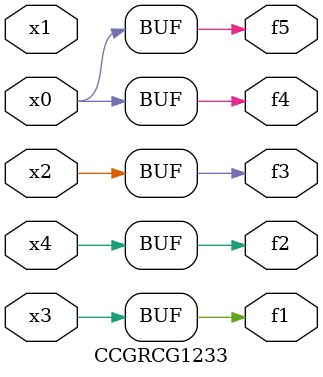
<source format=v>
module CCGRCG1233(
	input x0, x1, x2, x3, x4,
	output f1, f2, f3, f4, f5
);
	assign f1 = x3;
	assign f2 = x4;
	assign f3 = x2;
	assign f4 = x0;
	assign f5 = x0;
endmodule

</source>
